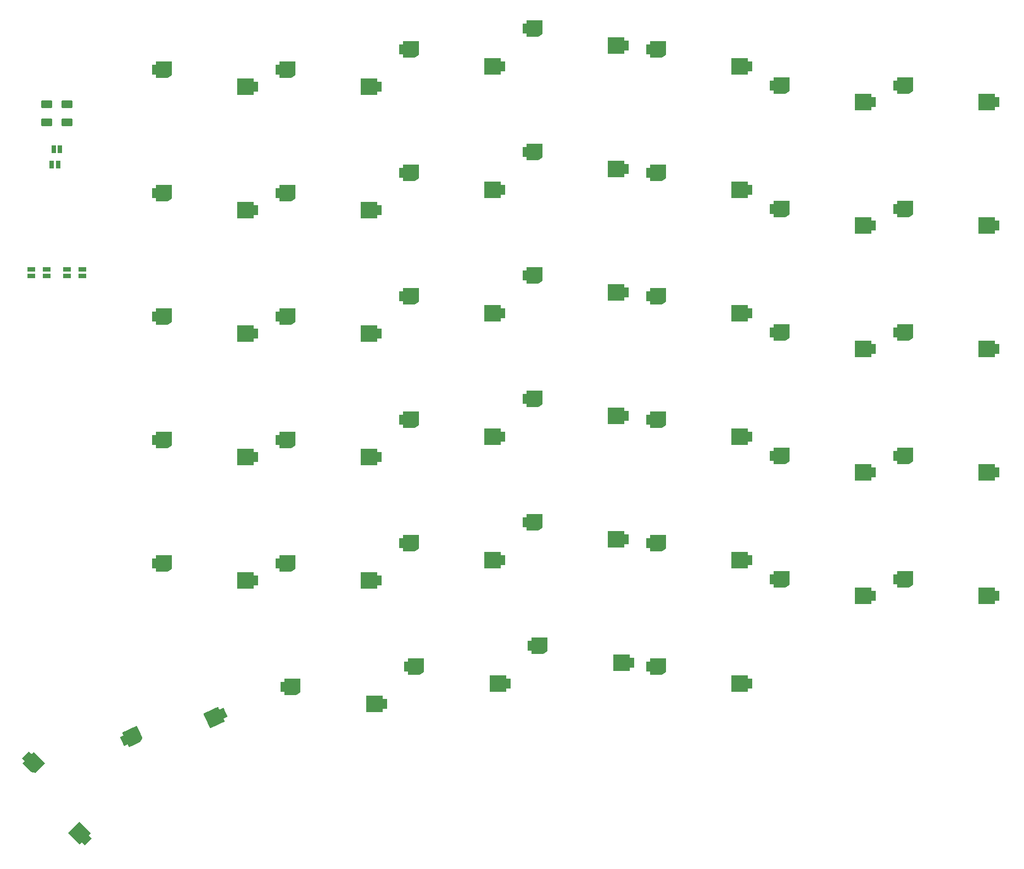
<source format=gbr>
%TF.GenerationSoftware,KiCad,Pcbnew,(6.0.1)*%
%TF.CreationDate,2022-02-14T18:22:42+08:00*%
%TF.ProjectId,Sofle_Extended,536f666c-655f-4457-9874-656e6465642e,rev?*%
%TF.SameCoordinates,Original*%
%TF.FileFunction,Paste,Top*%
%TF.FilePolarity,Positive*%
%FSLAX46Y46*%
G04 Gerber Fmt 4.6, Leading zero omitted, Abs format (unit mm)*
G04 Created by KiCad (PCBNEW (6.0.1)) date 2022-02-14 18:22:42*
%MOMM*%
%LPD*%
G01*
G04 APERTURE LIST*
G04 Aperture macros list*
%AMRoundRect*
0 Rectangle with rounded corners*
0 $1 Rounding radius*
0 $2 $3 $4 $5 $6 $7 $8 $9 X,Y pos of 4 corners*
0 Add a 4 corners polygon primitive as box body*
4,1,4,$2,$3,$4,$5,$6,$7,$8,$9,$2,$3,0*
0 Add four circle primitives for the rounded corners*
1,1,$1+$1,$2,$3*
1,1,$1+$1,$4,$5*
1,1,$1+$1,$6,$7*
1,1,$1+$1,$8,$9*
0 Add four rect primitives between the rounded corners*
20,1,$1+$1,$2,$3,$4,$5,0*
20,1,$1+$1,$4,$5,$6,$7,0*
20,1,$1+$1,$6,$7,$8,$9,0*
20,1,$1+$1,$8,$9,$2,$3,0*%
%AMFreePoly0*
4,1,24,2.735355,1.235355,2.750000,1.200000,2.750000,-0.800000,2.748029,-0.804757,2.749028,-0.809806,2.740927,-0.821903,2.735355,-0.835355,2.730600,-0.837325,2.727735,-0.841603,2.127735,-1.241603,2.113450,-1.244429,2.100000,-1.250000,0.300001,-1.250000,0.264645,-1.235355,0.250000,-1.200000,0.250000,-0.750000,-0.349999,-0.750000,-0.349999,0.750000,0.250000,0.750000,0.250000,1.200000,
0.264645,1.235355,0.300001,1.250000,2.700000,1.250000,2.735355,1.235355,2.735355,1.235355,$1*%
%AMFreePoly1*
4,1,17,-0.364645,1.235355,-0.350000,1.200001,-0.349999,0.750000,0.349999,0.750000,0.349999,-0.750000,-0.349999,-0.750000,-0.350000,-1.200001,-0.364645,-1.235355,-0.400000,-1.250000,-2.800000,-1.249999,-2.835355,-1.235355,-2.850000,-1.200000,-2.850000,1.200000,-2.835355,1.235355,-2.800000,1.249999,-0.400000,1.250000,-0.364645,1.235355,-0.364645,1.235355,$1*%
G04 Aperture macros list end*
%ADD10FreePoly0,315.000000*%
%ADD11FreePoly1,315.000000*%
%ADD12FreePoly0,0.000000*%
%ADD13FreePoly1,0.000000*%
%ADD14R,0.635000X1.143000*%
%ADD15R,1.143000X0.635000*%
%ADD16FreePoly0,25.000000*%
%ADD17FreePoly1,25.000000*%
%ADD18RoundRect,0.250000X-0.625000X0.375000X-0.625000X-0.375000X0.625000X-0.375000X0.625000X0.375000X0*%
%ADD19RoundRect,0.250000X0.625000X-0.375000X0.625000X0.375000X-0.625000X0.375000X-0.625000X-0.375000X0*%
G04 APERTURE END LIST*
D10*
%TO.C,SW41*%
X76302576Y-148465087D03*
D11*
X85565675Y-161405141D03*
%TD*%
D12*
%TO.C,SW3*%
X172187500Y-39350000D03*
D13*
X187887500Y-41950000D03*
%TD*%
D12*
%TO.C,SW37*%
X153931250Y-131425000D03*
D13*
X169631250Y-134025000D03*
%TD*%
D12*
%TO.C,SW31*%
X172187500Y-115550000D03*
D13*
X187887500Y-118150000D03*
%TD*%
D12*
%TO.C,SW13*%
X115037500Y-61575000D03*
D13*
X130737500Y-64175000D03*
%TD*%
D12*
%TO.C,SW1*%
X210287500Y-44906250D03*
D13*
X225987500Y-47506250D03*
%TD*%
D14*
%TO.C,JP10*%
X80462120Y-54768750D03*
X81462880Y-54768750D03*
%TD*%
%TO.C,JP9*%
X80168750Y-57150000D03*
X81169510Y-57150000D03*
%TD*%
D12*
%TO.C,SW21*%
X95987500Y-80625000D03*
D13*
X111687500Y-83225000D03*
%TD*%
D12*
%TO.C,SW4*%
X153137500Y-36175000D03*
D13*
X168837500Y-38775000D03*
%TD*%
D15*
%TO.C,JP3*%
X79375000Y-74319130D03*
X79375000Y-73318370D03*
%TD*%
D12*
%TO.C,SW33*%
X134087500Y-115550000D03*
D13*
X149787500Y-118150000D03*
%TD*%
D12*
%TO.C,SW14*%
X95987500Y-61575000D03*
D13*
X111687500Y-64175000D03*
%TD*%
D12*
%TO.C,SW17*%
X172187500Y-77450000D03*
D13*
X187887500Y-80050000D03*
%TD*%
D16*
%TO.C,SW40*%
X91331731Y-146058182D03*
D17*
X106659571Y-141779475D03*
%TD*%
D12*
%TO.C,SW20*%
X115037500Y-80625000D03*
D13*
X130737500Y-83225000D03*
%TD*%
D12*
%TO.C,SW32*%
X153137500Y-112375000D03*
D13*
X168837500Y-114975000D03*
%TD*%
D12*
%TO.C,SW11*%
X153137500Y-55225000D03*
D13*
X168837500Y-57825000D03*
%TD*%
D12*
%TO.C,SW22*%
X210287500Y-102056250D03*
D13*
X225987500Y-104656250D03*
%TD*%
D15*
%TO.C,JP4*%
X76993750Y-74319130D03*
X76993750Y-73318370D03*
%TD*%
D12*
%TO.C,SW9*%
X191237500Y-63956250D03*
D13*
X206937500Y-66556250D03*
%TD*%
D12*
%TO.C,SW15*%
X210287500Y-83006250D03*
D13*
X225987500Y-85606250D03*
%TD*%
D12*
%TO.C,SW19*%
X134087500Y-77450000D03*
D13*
X149787500Y-80050000D03*
%TD*%
D12*
%TO.C,SW16*%
X191237500Y-83006250D03*
D13*
X206937500Y-85606250D03*
%TD*%
D12*
%TO.C,SW23*%
X191237500Y-102056250D03*
D13*
X206937500Y-104656250D03*
%TD*%
D12*
%TO.C,SW39*%
X115831250Y-137775000D03*
D13*
X131531250Y-140375000D03*
%TD*%
D12*
%TO.C,SW36*%
X172187500Y-134600000D03*
D13*
X187887500Y-137200000D03*
%TD*%
D12*
%TO.C,SW18*%
X153137500Y-74275000D03*
D13*
X168837500Y-76875000D03*
%TD*%
D12*
%TO.C,SW24*%
X172187500Y-96500000D03*
D13*
X187887500Y-99100000D03*
%TD*%
D12*
%TO.C,SW28*%
X95987500Y-99675000D03*
D13*
X111687500Y-102275000D03*
%TD*%
D12*
%TO.C,SW5*%
X134087500Y-39350000D03*
D13*
X149787500Y-41950000D03*
%TD*%
D12*
%TO.C,SW35*%
X95987500Y-118725000D03*
D13*
X111687500Y-121325000D03*
%TD*%
D12*
%TO.C,SW30*%
X191237500Y-121106250D03*
D13*
X206937500Y-123706250D03*
%TD*%
D12*
%TO.C,SW29*%
X210287500Y-121106250D03*
D13*
X225987500Y-123706250D03*
%TD*%
D12*
%TO.C,SW10*%
X172187500Y-58400000D03*
D13*
X187887500Y-61000000D03*
%TD*%
D15*
%TO.C,JP1*%
X84931250Y-74319130D03*
X84931250Y-73318370D03*
%TD*%
D12*
%TO.C,SW12*%
X134087500Y-58400000D03*
D13*
X149787500Y-61000000D03*
%TD*%
D12*
%TO.C,SW2*%
X191237500Y-44906250D03*
D13*
X206937500Y-47506250D03*
%TD*%
D12*
%TO.C,SW8*%
X210287500Y-63956250D03*
D13*
X225987500Y-66556250D03*
%TD*%
D12*
%TO.C,SW38*%
X134881250Y-134600000D03*
D13*
X150581250Y-137200000D03*
%TD*%
D12*
%TO.C,SW6*%
X115037500Y-42525000D03*
D13*
X130737500Y-45125000D03*
%TD*%
D12*
%TO.C,SW34*%
X115037500Y-118725000D03*
D13*
X130737500Y-121325000D03*
%TD*%
D15*
%TO.C,JP2*%
X82550000Y-74319130D03*
X82550000Y-73318370D03*
%TD*%
D12*
%TO.C,SW7*%
X95987500Y-42525000D03*
D13*
X111687500Y-45125000D03*
%TD*%
D12*
%TO.C,SW25*%
X153137500Y-93325000D03*
D13*
X168837500Y-95925000D03*
%TD*%
D12*
%TO.C,SW26*%
X134087500Y-96500000D03*
D13*
X149787500Y-99100000D03*
%TD*%
D12*
%TO.C,SW27*%
X115037500Y-99675000D03*
D13*
X130737500Y-102275000D03*
%TD*%
D18*
%TO.C,R2*%
X79375000Y-47812500D03*
X79375000Y-50612500D03*
%TD*%
D19*
%TO.C,R1*%
X82550000Y-50612500D03*
X82550000Y-47812500D03*
%TD*%
M02*

</source>
